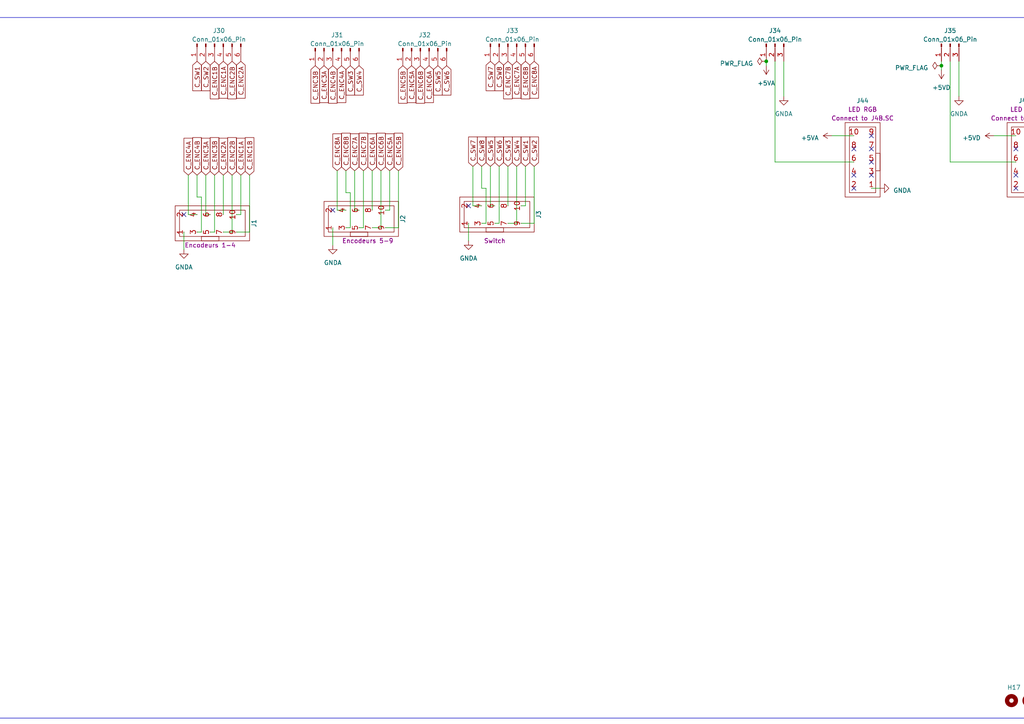
<source format=kicad_sch>
(kicad_sch (version 20230121) (generator eeschema)
  (paper "A4")
  (lib_symbols
    (symbol "Connector:Conn_01x03_Pin" (pin_names (offset 1.016) hide)
      (property "Reference" "J" (at 0 5.08 0))
      (property "Value" "Conn_01x03_Pin" (at 0 -5.08 0))
      (symbol "Conn_01x03_Pin_1_1"
        (polyline (pts (xy 1.27 -2.54) (xy 0.8636 -2.54)) (stroke (width 0.1524)))
        (polyline (pts (xy 1.27 0) (xy 0.8636 0)) (stroke (width 0.1524)))
        (polyline (pts (xy 1.27 2.54) (xy 0.8636 2.54)) (stroke (width 0.1524)))
        (rectangle (start 0.8636 -2.413) (end 0 -2.667) (stroke (width 0.1524)) (fill (type outline)))
        (rectangle (start 0.8636 0.127) (end 0 -0.127) (stroke (width 0.1524)) (fill (type outline)))
        (rectangle (start 0.8636 2.667) (end 0 2.413) (stroke (width 0.1524)) (fill (type outline)))
        (pin passive line (at 5.08 2.54 180) (length 3.81) (name "Pin_1") (number "1"))
        (pin passive line (at 5.08 0 180) (length 3.81) (name "Pin_2") (number "2"))
        (pin passive line (at 5.08 -2.54 180) (length 3.81) (name "Pin_3") (number "3"))
      )
    )
    (symbol "Connector:Conn_01x06_Pin" (pin_names (offset 1.016) hide)
      (property "Reference" "J" (at 0 7.62 0))
      (property "Value" "Conn_01x06_Pin" (at 0 -10.16 0))
      (symbol "Conn_01x06_Pin_1_1"
        (polyline (pts (xy 1.27 -7.62) (xy 0.8636 -7.62)) (stroke (width 0.1524)))
        (polyline (pts (xy 1.27 -5.08) (xy 0.8636 -5.08)) (stroke (width 0.1524)))
        (polyline (pts (xy 1.27 -2.54) (xy 0.8636 -2.54)) (stroke (width 0.1524)))
        (polyline (pts (xy 1.27 0) (xy 0.8636 0)) (stroke (width 0.1524)))
        (polyline (pts (xy 1.27 2.54) (xy 0.8636 2.54)) (stroke (width 0.1524)))
        (polyline (pts (xy 1.27 5.08) (xy 0.8636 5.08)) (stroke (width 0.1524)))
        (rectangle (start 0.8636 -7.493) (end 0 -7.747) (stroke (width 0.1524)) (fill (type outline)))
        (rectangle (start 0.8636 -4.953) (end 0 -5.207) (stroke (width 0.1524)) (fill (type outline)))
        (rectangle (start 0.8636 -2.413) (end 0 -2.667) (stroke (width 0.1524)) (fill (type outline)))
        (rectangle (start 0.8636 0.127) (end 0 -0.127) (stroke (width 0.1524)) (fill (type outline)))
        (rectangle (start 0.8636 2.667) (end 0 2.413) (stroke (width 0.1524)) (fill (type outline)))
        (rectangle (start 0.8636 5.207) (end 0 4.953) (stroke (width 0.1524)) (fill (type outline)))
        (pin passive line (at 5.08 5.08 180) (length 3.81) (name "Pin_1") (number "1"))
        (pin passive line (at 5.08 2.54 180) (length 3.81) (name "Pin_2") (number "2"))
        (pin passive line (at 5.08 0 180) (length 3.81) (name "Pin_3") (number "3"))
        (pin passive line (at 5.08 -2.54 180) (length 3.81) (name "Pin_4") (number "4"))
        (pin passive line (at 5.08 -5.08 180) (length 3.81) (name "Pin_5") (number "5"))
        (pin passive line (at 5.08 -7.62 180) (length 3.81) (name "Pin_6") (number "6"))
      )
    )
    (symbol "IDC-Header_2x05_P2.54mm_Vertical_1"
      (property "Reference" "J?" (at -15.24 0 0))
      (property "Champ4" "IN" (at -12.7 0 0))
      (symbol "IDC-Header_2x05_P2.54mm_Vertical_1_0_1"
        (rectangle (start -5.08 11.43) (end 5.08 -10.16))
        (rectangle (start -3.81 10.16) (end 3.81 -8.89))
        (rectangle (start 3.81 -2.54) (end 5.08 2.54))
      )
      (symbol "IDC-Header_2x05_P2.54mm_Vertical_1_1_1"
        (pin passive line (at 2.54 -7.62 180) (length 0) (name "") (number "1"))
        (pin passive line (at -2.54 7.62 0) (length 0) (name "") (number "10"))
        (pin passive line (at -2.54 -7.62 0) (length 0) (name "") (number "2"))
        (pin passive line (at 2.54 -3.81 180) (length 0) (name "") (number "3"))
        (pin passive line (at -2.54 -3.81 0) (length 0) (name "") (number "4"))
        (pin passive line (at 2.54 0 180) (length 0) (name "") (number "5"))
        (pin passive line (at -2.54 0 0) (length 0) (name "") (number "6"))
        (pin passive line (at 2.54 3.81 180) (length 0) (name "") (number "7"))
        (pin passive line (at -2.54 3.81 0) (length 0) (name "") (number "8"))
        (pin passive line (at 2.54 7.62 180) (length 0) (name "") (number "9"))
      )
    )
    (symbol "Mechanical:MountingHole" (pin_names (offset 1.016))
      (property "Reference" "H" (at 0 5.08 0))
      (property "Value" "MountingHole" (at 0 3.175 0))
      (symbol "MountingHole_0_1"
        (circle (center 0 0) (radius 1.27) (stroke (width 1.27)))
      )
    )
    (symbol "power:+5VA" (power) (pin_names (offset 0))
      (property "Value" "+5VA" (at 0 3.556 0))
      (symbol "+5VA_0_1"
        (polyline (pts (xy -0.762 1.27) (xy 0 2.54)))
        (polyline (pts (xy 0 0) (xy 0 2.54)))
        (polyline (pts (xy 0 2.54) (xy 0.762 1.27)))
      )
      (symbol "+5VA_1_1"
        (pin power_in line (at 0 0 90) (length 0) hide (name "+5VA") (number "1"))
      )
    )
    (symbol "power:+5VD" (power) (pin_names (offset 0))
      (property "Value" "+5VD" (at 0 3.556 0))
      (symbol "+5VD_0_1"
        (polyline (pts (xy -0.762 1.27) (xy 0 2.54)))
        (polyline (pts (xy 0 0) (xy 0 2.54)))
        (polyline (pts (xy 0 2.54) (xy 0.762 1.27)))
      )
      (symbol "+5VD_1_1"
        (pin power_in line (at 0 0 90) (length 0) hide (name "+5VD") (number "1"))
      )
    )
    (symbol "power:GNDA" (power) (pin_names (offset 0))
      (property "Value" "GNDA" (at 0 -3.81 0))
      (symbol "GNDA_0_1"
        (polyline (pts (xy 0 0) (xy 0 -1.27) (xy 1.27 -1.27) (xy 0 -2.54) (xy -1.27 -1.27) (xy 0 -1.27)))
      )
      (symbol "GNDA_1_1"
        (pin power_in line (at 0 0 270) (length 0) hide (name "GNDA") (number "1"))
      )
    )
    (symbol "power:PWR_FLAG" (power) (pin_numbers hide) (pin_names (offset 0) hide)
      (property "Value" "PWR_FLAG" (at 0 3.81 0))
      (symbol "PWR_FLAG_0_0"
        (pin power_out line (at 0 0 90) (length 0) (name "pwr") (number "1"))
      )
      (symbol "PWR_FLAG_0_1"
        (polyline (pts (xy 0 0) (xy 0 1.27) (xy -1.016 1.905) (xy 0 2.54) (xy 1.016 1.905) (xy 0 1.27)))
      )
    )
  )
  (junction (at 273.05 19.05))
  (junction (at 222.25 17.78))
  (no_connect (at 247.65 54.61))
  (no_connect (at 294.64 43.18))
  (no_connect (at 247.65 50.8))
  (no_connect (at 252.73 46.99))
  (no_connect (at 299.72 39.37))
  (no_connect (at 299.72 50.8))
  (no_connect (at 135.89 59.69))
  (no_connect (at 299.72 46.99))
  (no_connect (at 252.73 50.8))
  (no_connect (at 252.73 43.18))
  (no_connect (at 294.64 54.61))
  (no_connect (at 247.65 43.18))
  (no_connect (at 252.73 39.37))
  (no_connect (at 96.52 60.96))
  (no_connect (at 294.64 50.8))
  (no_connect (at 299.72 43.18))
  (no_connect (at 53.34 62.23))
  (wire (pts (xy 100.33 55.88) (xy 101.6 55.88)))
  (wire (pts (xy 102.87 49.53) (xy 102.87 60.96)))
  (wire (pts (xy 62.23 67.31) (xy 60.96 67.31)))
  (wire (pts (xy 275.59 46.99) (xy 294.64 46.99)))
  (wire (pts (xy 100.33 49.53) (xy 100.33 55.88)))
  (wire (pts (xy 57.15 57.15) (xy 58.42 57.15)))
  (wire (pts (xy 97.79 49.53) (xy 97.79 60.96)))
  (wire (pts (xy 62.23 50.8) (xy 62.23 67.31)))
  (wire (pts (xy 115.57 66.04) (xy 111.76 66.04)))
  (wire (pts (xy 152.4 59.69) (xy 151.13 59.69)))
  (wire (pts (xy 149.86 64.77) (xy 147.32 64.77)))
  (wire (pts (xy 105.41 49.53) (xy 105.41 66.04)))
  (wire (pts (xy 140.97 64.77) (xy 139.7 64.77)))
  (wire (pts (xy 115.57 49.53) (xy 115.57 66.04)))
  (wire (pts (xy 101.6 55.88) (xy 101.6 66.04)))
  (wire (pts (xy 255.27 54.61) (xy 252.73 54.61)))
  (wire (pts (xy 154.94 64.77) (xy 151.13 64.77)))
  (wire (pts (xy 149.86 48.26) (xy 149.86 64.77)))
  (wire (pts (xy 67.31 67.31) (xy 64.77 67.31)))
  (wire (pts (xy 105.41 66.04) (xy 104.14 66.04)))
  (wire (pts (xy 224.79 46.99) (xy 247.65 46.99)))
  (wire (pts (xy 97.79 60.96) (xy 100.33 60.96)))
  (wire (pts (xy 302.26 54.61) (xy 299.72 54.61)))
  (wire (pts (xy 113.03 60.96) (xy 111.76 60.96)))
  (wire (pts (xy 142.24 48.26) (xy 142.24 59.69)))
  (wire (pts (xy 113.03 49.53) (xy 113.03 60.96)))
  (wire (pts (xy 58.42 57.15) (xy 58.42 67.31)))
  (wire (pts (xy 278.13 17.78) (xy 278.13 27.94)))
  (wire (pts (xy 64.77 50.8) (xy 64.77 62.23)))
  (wire (pts (xy 152.4 48.26) (xy 152.4 59.69)))
  (wire (pts (xy 69.85 50.8) (xy 69.85 62.23)))
  (wire (pts (xy 275.59 17.78) (xy 275.59 46.99)))
  (wire (pts (xy 110.49 66.04) (xy 107.95 66.04)))
  (wire (pts (xy 59.69 62.23) (xy 60.96 62.23)))
  (wire (pts (xy 67.31 50.8) (xy 67.31 67.31)))
  (wire (pts (xy 144.78 48.26) (xy 144.78 64.77)))
  (wire (pts (xy 273.05 20.32) (xy 273.05 19.05)))
  (wire (pts (xy 147.32 48.26) (xy 147.32 59.69)))
  (wire (pts (xy 137.16 59.69) (xy 139.7 59.69)))
  (wire (pts (xy 54.61 62.23) (xy 57.15 62.23)))
  (wire (pts (xy 57.15 50.8) (xy 57.15 57.15)))
  (wire (pts (xy 102.87 60.96) (xy 104.14 60.96)))
  (wire (pts (xy 139.7 54.61) (xy 140.97 54.61)))
  (wire (pts (xy 72.39 67.31) (xy 68.58 67.31)))
  (wire (pts (xy 110.49 49.53) (xy 110.49 66.04)))
  (wire (pts (xy 273.05 19.05) (xy 273.05 17.78)))
  (wire (pts (xy 142.24 59.69) (xy 143.51 59.69)))
  (wire (pts (xy 224.79 17.78) (xy 224.79 46.99)))
  (wire (pts (xy 140.97 54.61) (xy 140.97 64.77)))
  (wire (pts (xy 107.95 49.53) (xy 107.95 60.96)))
  (wire (pts (xy 135.89 64.77) (xy 135.89 69.85)))
  (wire (pts (xy 101.6 66.04) (xy 100.33 66.04)))
  (wire (pts (xy 59.69 50.8) (xy 59.69 62.23)))
  (wire (pts (xy 227.33 17.78) (xy 227.33 27.94)))
  (wire (pts (xy 241.3 39.37) (xy 247.65 39.37)))
  (wire (pts (xy 154.94 48.26) (xy 154.94 64.77)))
  (wire (pts (xy 58.42 67.31) (xy 57.15 67.31)))
  (wire (pts (xy 222.25 19.05) (xy 222.25 17.78)))
  (wire (pts (xy 96.52 66.04) (xy 96.52 71.12)))
  (wire (pts (xy 53.34 67.31) (xy 53.34 72.39)))
  (wire (pts (xy 137.16 48.26) (xy 137.16 59.69)))
  (wire (pts (xy 144.78 64.77) (xy 143.51 64.77)))
  (wire (pts (xy 139.7 48.26) (xy 139.7 54.61)))
  (wire (pts (xy 69.85 62.23) (xy 68.58 62.23)))
  (wire (pts (xy 288.29 39.37) (xy 294.64 39.37)))
  (wire (pts (xy 54.61 50.8) (xy 54.61 62.23)))
  (wire (pts (xy 72.39 50.8) (xy 72.39 67.31)))
  (rectangle (start -40.64 5.08) (end 313.69 208.28))
  (global_label "C_ENC8B" (shape input) (at 100.33 49.53 90) (property "Intersheetrefs" "${INTERSHEET_REFS}" (effects hide)))
  (global_label "C_ENC3B" (shape input) (at 62.23 50.8 90) (property "Intersheetrefs" "${INTERSHEET_REFS}" (effects hide)))
  (global_label "C_ENC8A" (shape input) (at 154.94 17.78 270) (property "Intersheetrefs" "${INTERSHEET_REFS}" (effects hide)))
  (global_label "C_SW4" (shape input) (at 104.14 19.05 270) (property "Intersheetrefs" "${INTERSHEET_REFS}" (effects hide)))
  (global_label "C_ENC6B" (shape input) (at 121.92 19.05 270) (property "Intersheetrefs" "${INTERSHEET_REFS}" (effects hide)))
  (global_label "C_ENC2A" (shape input) (at 69.85 17.78 270) (property "Intersheetrefs" "${INTERSHEET_REFS}" (effects hide)))
  (global_label "C_SW3" (shape input) (at 147.32 48.26 90) (property "Intersheetrefs" "${INTERSHEET_REFS}" (effects hide)))
  (global_label "C_ENC6B" (shape input) (at 110.49 49.53 90) (property "Intersheetrefs" "${INTERSHEET_REFS}" (effects hide)))
  (global_label "C_ENC3A" (shape input) (at 59.69 50.8 90) (property "Intersheetrefs" "${INTERSHEET_REFS}" (effects hide)))
  (global_label "C_SW7" (shape input) (at 137.16 48.26 90) (property "Intersheetrefs" "${INTERSHEET_REFS}" (effects hide)))
  (global_label "C_ENC7A" (shape input) (at 149.86 17.78 270) (property "Intersheetrefs" "${INTERSHEET_REFS}" (effects hide)))
  (global_label "C_ENC6A" (shape input) (at 124.46 19.05 270) (property "Intersheetrefs" "${INTERSHEET_REFS}" (effects hide)))
  (global_label "C_ENC2B" (shape input) (at 67.31 50.8 90) (property "Intersheetrefs" "${INTERSHEET_REFS}" (effects hide)))
  (global_label "C_ENC5B" (shape input) (at 115.57 49.53 90) (property "Intersheetrefs" "${INTERSHEET_REFS}" (effects hide)))
  (global_label "C_SW5" (shape input) (at 142.24 48.26 90) (property "Intersheetrefs" "${INTERSHEET_REFS}" (effects hide)))
  (global_label "C_ENC7B" (shape input) (at 105.41 49.53 90) (property "Intersheetrefs" "${INTERSHEET_REFS}" (effects hide)))
  (global_label "C_SW5" (shape input) (at 127 19.05 270) (property "Intersheetrefs" "${INTERSHEET_REFS}" (effects hide)))
  (global_label "C_ENC4B" (shape input) (at 96.52 19.05 270) (property "Intersheetrefs" "${INTERSHEET_REFS}" (effects hide)))
  (global_label "C_ENC1B" (shape input) (at 72.39 50.8 90) (property "Intersheetrefs" "${INTERSHEET_REFS}" (effects hide)))
  (global_label "C_SW6" (shape input) (at 144.78 48.26 90) (property "Intersheetrefs" "${INTERSHEET_REFS}" (effects hide)))
  (global_label "C_ENC3B" (shape input) (at 91.44 19.05 270) (property "Intersheetrefs" "${INTERSHEET_REFS}" (effects hide)))
  (global_label "C_ENC5B" (shape input) (at 116.84 19.05 270) (property "Intersheetrefs" "${INTERSHEET_REFS}" (effects hide)))
  (global_label "C_SW1" (shape input) (at 57.15 17.78 270) (property "Intersheetrefs" "${INTERSHEET_REFS}" (effects hide)))
  (global_label "C_ENC2A" (shape input) (at 64.77 50.8 90) (property "Intersheetrefs" "${INTERSHEET_REFS}" (effects hide)))
  (global_label "C_ENC7A" (shape input) (at 102.87 49.53 90) (property "Intersheetrefs" "${INTERSHEET_REFS}" (effects hide)))
  (global_label "C_ENC1A" (shape input) (at 64.77 17.78 270) (property "Intersheetrefs" "${INTERSHEET_REFS}" (effects hide)))
  (global_label "C_ENC6A" (shape input) (at 107.95 49.53 90) (property "Intersheetrefs" "${INTERSHEET_REFS}" (effects hide)))
  (global_label "C_SW3" (shape input) (at 101.6 19.05 270) (property "Intersheetrefs" "${INTERSHEET_REFS}" (effects hide)))
  (global_label "C_SW8" (shape input) (at 139.7 48.26 90) (property "Intersheetrefs" "${INTERSHEET_REFS}" (effects hide)))
  (global_label "C_ENC4B" (shape input) (at 57.15 50.8 90) (property "Intersheetrefs" "${INTERSHEET_REFS}" (effects hide)))
  (global_label "C_SW2" (shape input) (at 59.69 17.78 270) (property "Intersheetrefs" "${INTERSHEET_REFS}" (effects hide)))
  (global_label "C_ENC4A" (shape input) (at 54.61 50.8 90) (property "Intersheetrefs" "${INTERSHEET_REFS}" (effects hide)))
  (global_label "C_SW2" (shape input) (at 154.94 48.26 90) (property "Intersheetrefs" "${INTERSHEET_REFS}" (effects hide)))
  (global_label "C_SW6" (shape input) (at 129.54 19.05 270) (property "Intersheetrefs" "${INTERSHEET_REFS}" (effects hide)))
  (global_label "C_SW1" (shape input) (at 152.4 48.26 90) (property "Intersheetrefs" "${INTERSHEET_REFS}" (effects hide)))
  (global_label "C_SW4" (shape input) (at 149.86 48.26 90) (property "Intersheetrefs" "${INTERSHEET_REFS}" (effects hide)))
  (global_label "C_ENC8B" (shape input) (at 152.4 17.78 270) (property "Intersheetrefs" "${INTERSHEET_REFS}" (effects hide)))
  (global_label "C_ENC4A" (shape input) (at 99.06 19.05 270) (property "Intersheetrefs" "${INTERSHEET_REFS}" (effects hide)))
  (global_label "C_ENC5A" (shape input) (at 119.38 19.05 270) (property "Intersheetrefs" "${INTERSHEET_REFS}" (effects hide)))
  (global_label "C_ENC3A" (shape input) (at 93.98 19.05 270) (property "Intersheetrefs" "${INTERSHEET_REFS}" (effects hide)))
  (global_label "C_ENC1B" (shape input) (at 62.23 17.78 270) (property "Intersheetrefs" "${INTERSHEET_REFS}" (effects hide)))
  (global_label "C_SW7" (shape input) (at 142.24 17.78 270) (property "Intersheetrefs" "${INTERSHEET_REFS}" (effects hide)))
  (global_label "C_ENC2B" (shape input) (at 67.31 17.78 270) (property "Intersheetrefs" "${INTERSHEET_REFS}" (effects hide)))
  (global_label "C_SW8" (shape input) (at 144.78 17.78 270) (property "Intersheetrefs" "${INTERSHEET_REFS}" (effects hide)))
  (global_label "C_ENC7B" (shape input) (at 147.32 17.78 270) (property "Intersheetrefs" "${INTERSHEET_REFS}" (effects hide)))
  (global_label "C_ENC8A" (shape input) (at 97.79 49.53 90) (property "Intersheetrefs" "${INTERSHEET_REFS}" (effects hide)))
  (global_label "C_ENC1A" (shape input) (at 69.85 50.8 90) (property "Intersheetrefs" "${INTERSHEET_REFS}" (effects hide)))
  (global_label "C_ENC5A" (shape input) (at 113.03 49.53 90) (property "Intersheetrefs" "${INTERSHEET_REFS}" (effects hide)))
  (symbol (lib_id "Mechanical:MountingHole") (at 293.37 203.2 0) (unit 1)
    (property "Reference" "H17" (at 292.1 199.39 0) (effects (justify left)))
    (property "Value" "MountingHole" (effects hide))
    (property "Footprint" "MountingHole:MountingHole_3.2mm_M3" (effects hide))
  )
  (symbol (lib_id "power:GNDA") (at 227.33 27.94 0) (unit 1)
    (property "Reference" "#PWR01" (effects hide))
    (property "Value" "GNDA" (at 227.33 33.02 0))
  )
  (symbol (lib_id "Connector:Conn_01x03_Pin") (at 275.59 12.7 90) (mirror x) (unit 1)
    (property "Reference" "J35" (at 275.59 8.89 90))
    (property "Value" "Conn_01x06_Pin" (at 275.59 11.43 90))
    (property "Footprint" "Connector_PinHeader_2.54mm:PinHeader_1x03_P2.54mm_Vertical" (effects hide))
  )
  (symbol (lib_id "power:GNDA") (at 255.27 54.61 90) (unit 1)
    (property "Reference" "#PWR05" (effects hide))
    (property "Value" "GNDA" (at 259.08 55.245 90) (effects (justify right)))
  )
  (symbol (lib_id "power:+5VD") (at 273.05 20.32 180) (unit 1)
    (property "Reference" "#PWR04" (effects hide))
    (property "Value" "+5VD" (at 273.05 25.4 0))
  )
  (symbol (lib_id "power:PWR_FLAG") (at 273.05 19.05 90) (unit 1)
    (property "Reference" "#FLG02" (effects hide))
    (property "Value" "PWR_FLAG" (at 269.24 19.685 90) (effects (justify left)))
  )
  (symbol (lib_name "IDC-Header_2x05_P2.54mm_Vertical_1") (lib_id "ksir_2023:IDC-Header_2x05_P2.54mm_Vertical") (at 104.14 63.5 270) (unit 1)
    (property "Reference" "J2" (at 116.84 63.5 0))
    (property "Value" "sin_in" (effects hide))
    (property "Footprint" "lib 2022 ksir:IDC-Header_2x05_P2.54mm_Vertical_ksr_dIN" (effects hide))
    (property "Champ4" "Encodeurs 5-9" (at 106.68 69.85 90))
  )
  (symbol (lib_name "IDC-Header_2x05_P2.54mm_Vertical_1") (lib_id "ksir_2023:IDC-Header_2x05_P2.54mm_Vertical") (at 297.18 46.99 0) (unit 1)
    (property "Reference" "J45" (at 297.18 29.21 0))
    (property "Value" "IDC-Header_2x05_P2.54mm_Vertical" (effects hide))
    (property "Footprint" "Connector_IDC:IDC-Header_2x05_P2.54mm_Vertical" (effects hide))
    (property "Champ4" "LED RGB" (at 297.18 31.75 0))
    (property "Champ5" "Connect to next rgb" (at 297.18 34.29 0))
  )
  (symbol (lib_id "Connector:Conn_01x03_Pin") (at 224.79 12.7 90) (mirror x) (unit 1)
    (property "Reference" "J34" (at 224.79 8.89 90))
    (property "Value" "Conn_01x06_Pin" (at 224.79 11.43 90))
    (property "Footprint" "Connector_PinHeader_2.54mm:PinHeader_1x03_P2.54mm_Vertical" (effects hide))
  )
  (symbol (lib_id "Connector:Conn_01x06_Pin") (at 62.23 12.7 90) (mirror x) (unit 1)
    (property "Reference" "J30" (at 63.5 8.89 90))
    (property "Value" "Conn_01x06_Pin" (at 63.5 11.43 90))
    (property "Footprint" "Connector_PinHeader_2.54mm:PinHeader_1x06_P2.54mm_Vertical" (effects hide))
  )
  (symbol (lib_name "IDC-Header_2x05_P2.54mm_Vertical_1") (lib_id "ksir_2023:IDC-Header_2x05_P2.54mm_Vertical") (at 60.96 64.77 270) (unit 1)
    (property "Reference" "J1" (at 73.66 64.77 0))
    (property "Value" "sin_in" (effects hide))
    (property "Footprint" "lib 2022 ksir:IDC-Header_2x05_P2.54mm_Vertical_ksr_dIN" (effects hide))
    (property "Champ4" "Encodeurs 1-4" (at 60.96 71.12 90))
  )
  (symbol (lib_id "power:+5VD") (at 288.29 39.37 90) (unit 1)
    (property "Reference" "#PWR011" (effects hide))
    (property "Value" "+5VD" (at 284.48 40.005 90) (effects (justify left)))
  )
  (symbol (lib_id "power:GNDA") (at 53.34 72.39 0) (unit 1)
    (property "Reference" "#PWR010" (effects hide))
    (property "Value" "GNDA" (at 53.34 77.47 0))
  )
  (symbol (lib_id "power:GNDA") (at 302.26 54.61 90) (unit 1)
    (property "Reference" "#PWR06" (effects hide))
    (property "Value" "GNDA" (at 306.07 55.245 90) (effects (justify right)))
  )
  (symbol (lib_id "Mechanical:MountingHole") (at 298.45 203.2 0) (unit 1)
    (property "Reference" "H18" (at 297.18 199.39 0) (effects (justify left)))
    (property "Value" "MountingHole" (effects hide))
    (property "Footprint" "MountingHole:MountingHole_3.2mm_M3" (effects hide))
  )
  (symbol (lib_id "power:+5VA") (at 241.3 39.37 90) (unit 1)
    (property "Reference" "#PWR09" (effects hide))
    (property "Value" "+5VA" (at 237.49 40.005 90) (effects (justify left)))
  )
  (symbol (lib_id "power:PWR_FLAG") (at 222.25 17.78 90) (unit 1)
    (property "Reference" "#FLG01" (effects hide))
    (property "Value" "PWR_FLAG" (at 218.44 18.415 90) (effects (justify left)))
  )
  (symbol (lib_name "IDC-Header_2x05_P2.54mm_Vertical_1") (lib_id "ksir_2023:IDC-Header_2x05_P2.54mm_Vertical") (at 143.51 62.23 270) (unit 1)
    (property "Reference" "J3" (at 156.21 62.23 0))
    (property "Value" "sin_in" (effects hide))
    (property "Footprint" "lib 2022 ksir:IDC-Header_2x05_P2.54mm_Vertical_ksr_dIN" (effects hide))
    (property "Champ4" "Switch" (at 143.51 69.85 90))
  )
  (symbol (lib_id "power:GNDA") (at 96.52 71.12 0) (unit 1)
    (property "Reference" "#PWR07" (effects hide))
    (property "Value" "GNDA" (at 96.52 76.2 0))
  )
  (symbol (lib_id "power:+5VA") (at 222.25 19.05 180) (unit 1)
    (property "Reference" "#PWR03" (effects hide))
    (property "Value" "+5VA" (at 222.25 24.13 0))
  )
  (symbol (lib_id "power:GNDA") (at 135.89 69.85 0) (unit 1)
    (property "Reference" "#PWR08" (effects hide))
    (property "Value" "GNDA" (at 135.89 74.93 0))
  )
  (symbol (lib_name "IDC-Header_2x05_P2.54mm_Vertical_1") (lib_id "ksir_2023:IDC-Header_2x05_P2.54mm_Vertical") (at 250.19 46.99 0) (unit 1)
    (property "Reference" "J44" (at 250.19 29.21 0))
    (property "Value" "IDC-Header_2x05_P2.54mm_Vertical" (effects hide))
    (property "Footprint" "Connector_IDC:IDC-Header_2x05_P2.54mm_Vertical" (effects hide))
    (property "Champ4" "LED RGB" (at 250.19 31.75 0))
    (property "Champ5" "Connect to J4B.SC" (at 250.19 34.29 0))
  )
  (symbol (lib_id "Connector:Conn_01x06_Pin") (at 147.32 12.7 90) (mirror x) (unit 1)
    (property "Reference" "J33" (at 148.59 8.89 90))
    (property "Value" "Conn_01x06_Pin" (at 148.59 11.43 90))
    (property "Footprint" "Connector_PinHeader_2.54mm:PinHeader_1x06_P2.54mm_Vertical" (effects hide))
  )
  (symbol (lib_id "power:GNDA") (at 278.13 27.94 0) (unit 1)
    (property "Reference" "#PWR02" (effects hide))
    (property "Value" "GNDA" (at 278.13 33.02 0))
  )
  (symbol (lib_id "Connector:Conn_01x06_Pin") (at 121.92 13.97 90) (mirror x) (unit 1)
    (property "Reference" "J32" (at 123.19 10.16 90))
    (property "Value" "Conn_01x06_Pin" (at 123.19 12.7 90))
    (property "Footprint" "Connector_PinHeader_2.54mm:PinHeader_1x06_P2.54mm_Vertical" (effects hide))
  )
  (symbol (lib_id "Connector:Conn_01x06_Pin") (at 96.52 13.97 90) (mirror x) (unit 1)
    (property "Reference" "J31" (at 97.79 10.16 90))
    (property "Value" "Conn_01x06_Pin" (at 97.79 12.7 90))
    (property "Footprint" "Connector_PinHeader_2.54mm:PinHeader_1x06_P2.54mm_Vertical" (effects hide))
  )
  (symbol (lib_id "Mechanical:MountingHole") (at 308.61 203.2 0) (unit 1)
    (property "Reference" "H20" (at 307.34 199.39 0) (effects (justify left)))
    (property "Value" "MountingHole" (effects hide))
    (property "Footprint" "MountingHole:MountingHole_3.2mm_M3" (effects hide))
  )
  (symbol (lib_id "Mechanical:MountingHole") (at 303.53 203.2 0) (unit 1)
    (property "Reference" "H19" (at 302.26 199.39 0) (effects (justify left)))
    (property "Value" "MountingHole" (effects hide))
    (property "Footprint" "MountingHole:MountingHole_3.2mm_M3" (effects hide))
  )
)
</source>
